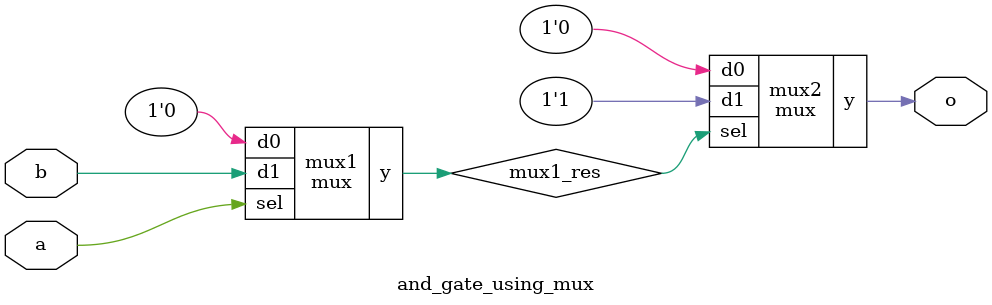
<source format=sv>

module mux
(
  input  d0, d1,
  input  sel,
  output y
);

  assign y = sel ? d1 : d0;

endmodule

//----------------------------------------------------------------------------
// Task
//----------------------------------------------------------------------------

module and_gate_using_mux
(
    input  a,
    input  b,
    output o
);

  // Store the result of mux1.
  logic mux1_res;

  mux mux1 (
    .d0(0),
    .d1(b),
    .sel(a),
    .y(mux1_res)
  );

  mux mux2 (
    .d0(0),
    .d1(1),
    .sel(mux1_res),
    .y(o)
  );

  // Solution in ternary: a ? (b ? 1: 0;) : 0;

  // Task:
  // Implement and gate using instance(s) of mux,
  // constants 0 and 1, and wire connections


endmodule

</source>
